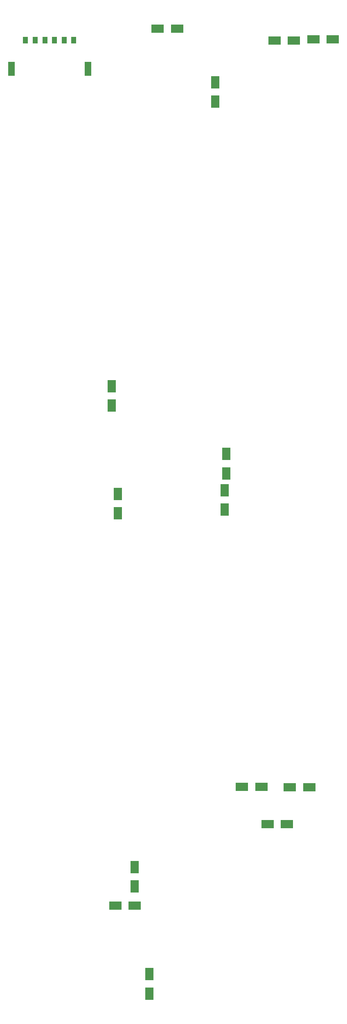
<source format=gtp>
%TF.GenerationSoftware,KiCad,Pcbnew,8.0.8*%
%TF.CreationDate,2025-03-15T17:23:43-07:00*%
%TF.ProjectId,Stationary_X_Panel,53746174-696f-46e6-9172-795f585f5061,1.4*%
%TF.SameCoordinates,Original*%
%TF.FileFunction,Paste,Top*%
%TF.FilePolarity,Positive*%
%FSLAX46Y46*%
G04 Gerber Fmt 4.6, Leading zero omitted, Abs format (unit mm)*
G04 Created by KiCad (PCBNEW 8.0.8) date 2025-03-15 17:23:43*
%MOMM*%
%LPD*%
G01*
G04 APERTURE LIST*
%ADD10R,1.700000X2.500000*%
%ADD11R,2.500000X1.700000*%
%ADD12R,1.100000X1.450000*%
%ADD13R,1.350000X2.900000*%
G04 APERTURE END LIST*
D10*
%TO.C,D14*%
X58000000Y-97000000D03*
X58000000Y-101000000D03*
%TD*%
%TO.C,D6*%
X65811000Y-222537000D03*
X65811000Y-218537000D03*
%TD*%
D11*
%TO.C,D4*%
X94250000Y-187500000D03*
X90250000Y-187500000D03*
%TD*%
%TO.C,D2*%
X71550000Y-23075000D03*
X67550000Y-23075000D03*
%TD*%
D10*
%TO.C,D3*%
X59340000Y-119230000D03*
X59340000Y-123230000D03*
%TD*%
D11*
%TO.C,D11*%
X88985000Y-179835000D03*
X84985000Y-179835000D03*
%TD*%
%TO.C,D5*%
X58815000Y-204335000D03*
X62815000Y-204335000D03*
%TD*%
D12*
%TO.C,J2*%
X40200000Y-25425000D03*
X42200000Y-25425000D03*
X44200000Y-25425000D03*
X46200000Y-25425000D03*
X48200000Y-25425000D03*
X50200000Y-25425000D03*
D13*
X37305000Y-31400000D03*
X53095000Y-31400000D03*
%TD*%
D10*
%TO.C,D1*%
X79435000Y-34195000D03*
X79435000Y-38195000D03*
%TD*%
%TO.C,D8*%
X81750000Y-111000000D03*
X81750000Y-115000000D03*
%TD*%
D11*
%TO.C,D13*%
X91750000Y-25500000D03*
X95750000Y-25500000D03*
%TD*%
D10*
%TO.C,D9*%
X81400000Y-118500000D03*
X81400000Y-122500000D03*
%TD*%
%TO.C,D12*%
X62785000Y-200375000D03*
X62785000Y-196375000D03*
%TD*%
D11*
%TO.C,D10*%
X98895000Y-179925000D03*
X94895000Y-179925000D03*
%TD*%
%TO.C,D7*%
X99750000Y-25250000D03*
X103750000Y-25250000D03*
%TD*%
M02*

</source>
